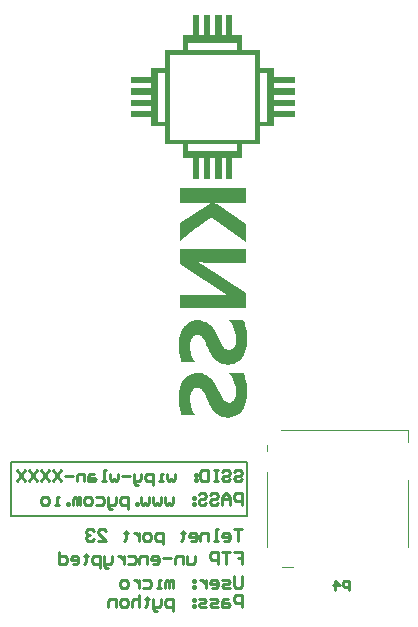
<source format=gbo>
G04*
G04 #@! TF.GenerationSoftware,Altium Limited,Altium Designer,18.1.7 (191)*
G04*
G04 Layer_Color=32896*
%FSLAX44Y44*%
%MOMM*%
G71*
G01*
G75*
%ADD11C,0.1000*%
%ADD12C,0.2000*%
%ADD13C,0.2540*%
%ADD14C,0.2500*%
G36*
X242399Y490663D02*
X250338D01*
Y478511D01*
X265569D01*
Y463119D01*
X277721D01*
Y455341D01*
X295057D01*
Y449995D01*
X277721D01*
Y445944D01*
X295057D01*
Y440435D01*
X277721D01*
Y436384D01*
X295057D01*
Y431037D01*
X277721D01*
Y426987D01*
X295057D01*
Y421478D01*
X277721D01*
Y413700D01*
X265569D01*
Y398470D01*
X250338D01*
Y386642D01*
X242399D01*
Y369305D01*
X237052D01*
Y386642D01*
X233325D01*
Y369305D01*
X227492D01*
Y386642D01*
X223442D01*
Y369305D01*
X218419D01*
Y386642D01*
X214044D01*
Y369305D01*
X208859D01*
Y386642D01*
X200758D01*
Y398470D01*
X185527D01*
Y413700D01*
X173699D01*
Y421478D01*
X156363D01*
Y426987D01*
X173699D01*
Y431037D01*
X156363D01*
Y436384D01*
X173699D01*
Y440435D01*
X156363D01*
Y445944D01*
X173699D01*
Y449995D01*
X156363D01*
Y455341D01*
X156687D01*
X157011D01*
X157821D01*
X158793D01*
X160251D01*
X162358D01*
X164788D01*
X173699D01*
Y463119D01*
X185527D01*
Y478511D01*
X200758D01*
Y490663D01*
X208859D01*
Y508000D01*
X214044D01*
Y490663D01*
X218419D01*
Y508000D01*
X223442D01*
Y490663D01*
X227492D01*
Y508000D01*
X233325D01*
Y490663D01*
X237052D01*
Y508000D01*
X242399D01*
Y490663D01*
D02*
G37*
G36*
X254065Y348890D02*
X226682D01*
X226844Y348728D01*
X227654Y348404D01*
X228626Y348080D01*
X229599Y347594D01*
X254065Y330581D01*
Y315674D01*
X224576Y337062D01*
X224414D01*
X224090Y336738D01*
X223442Y336252D01*
X222307Y335442D01*
X221659Y334956D01*
X220687Y334145D01*
X219553Y333335D01*
X218419Y332525D01*
X216961Y331391D01*
X215178Y330095D01*
X213396Y328799D01*
X211290Y327178D01*
X198004Y316971D01*
Y331553D01*
X221497Y347270D01*
X221659Y347432D01*
X222307Y347756D01*
X223280Y348404D01*
X224576Y348890D01*
X198004D01*
Y361204D01*
X254065D01*
Y348890D01*
D02*
G37*
G36*
Y298338D02*
X222146D01*
X221821D01*
X221173D01*
X220039D01*
X218743D01*
X215826Y298500D01*
X214368D01*
X213234Y298662D01*
X213558Y298500D01*
X214530Y298013D01*
X215826Y297203D01*
X217771Y296069D01*
X254065Y272251D01*
Y260099D01*
X198004D01*
Y271279D01*
X229923D01*
X230247D01*
X230895D01*
X231867D01*
X233001D01*
X235594Y271117D01*
X236728D01*
X237700Y270955D01*
Y271279D01*
X198004Y296717D01*
Y310004D01*
X254065D01*
Y298338D01*
D02*
G37*
G36*
X214206Y249730D02*
X215016D01*
X216961Y249244D01*
X219391Y248271D01*
X220687Y247623D01*
X221984Y246651D01*
X223280Y245679D01*
X224738Y244383D01*
X226034Y242924D01*
X227330Y241142D01*
X228465Y239036D01*
X229599Y236767D01*
Y236605D01*
X229761Y236443D01*
X230085Y235471D01*
X230733Y234013D01*
X231543Y232231D01*
X232353Y230448D01*
X233325Y228828D01*
X234298Y227370D01*
X235108Y226398D01*
X235270Y226236D01*
X235432Y226074D01*
X236404Y225426D01*
X237862Y224778D01*
X238672Y224453D01*
X239644D01*
X239806D01*
X239968D01*
X241103Y224778D01*
X241751Y225102D01*
X242399Y225426D01*
X243209Y226074D01*
X243857Y226884D01*
Y227046D01*
X244181Y227370D01*
X244343Y227856D01*
X244667Y228666D01*
X244991Y229638D01*
X245153Y230935D01*
X245477Y232555D01*
Y235147D01*
X245315Y235795D01*
X245153Y237416D01*
X244829Y239360D01*
X244019Y241790D01*
X243047Y244383D01*
X241751Y246975D01*
X239806Y249568D01*
X251634D01*
X251796Y249244D01*
X252120Y248433D01*
X252768Y247137D01*
X253255Y245193D01*
X253903Y242924D01*
X254551Y240332D01*
X254875Y237092D01*
X255037Y233689D01*
Y231907D01*
X254875Y230124D01*
X254551Y227694D01*
X254065Y225102D01*
X253255Y222509D01*
X252282Y219917D01*
X250824Y217648D01*
X250662Y217324D01*
X250014Y216676D01*
X249042Y215866D01*
X247746Y214732D01*
X245963Y213760D01*
X243857Y212787D01*
X241265Y212139D01*
X238348Y211977D01*
X238186D01*
X237376D01*
X236404Y212139D01*
X235108Y212301D01*
X233649Y212787D01*
X232191Y213274D01*
X230571Y214084D01*
X228951Y215056D01*
X228789Y215218D01*
X228302Y215704D01*
X227492Y216352D01*
X226520Y217648D01*
X225386Y219107D01*
X224090Y221213D01*
X222794Y223643D01*
X221497Y226560D01*
X221335Y226884D01*
X221011Y227694D01*
X220363Y228828D01*
X219715Y230286D01*
X218905Y231907D01*
X218095Y233365D01*
X217285Y234499D01*
X216637Y235471D01*
X216474D01*
X216313Y235795D01*
X215340Y236281D01*
X213882Y236767D01*
X212100Y237092D01*
X211938D01*
X211614D01*
X210642Y236767D01*
X209993Y236443D01*
X209345Y235957D01*
X208697Y235309D01*
X208049Y234499D01*
Y234337D01*
X207887Y234013D01*
X207563Y233365D01*
X207239Y232717D01*
X207077Y231583D01*
X206753Y230448D01*
X206591Y229152D01*
Y226236D01*
X206753Y224939D01*
X207077Y222995D01*
X207563Y221051D01*
X208211Y218783D01*
X209021Y216514D01*
X210318Y214246D01*
X199138D01*
X198976Y214570D01*
X198814Y215218D01*
X198490Y216352D01*
X198004Y217972D01*
X197680Y220079D01*
X197355Y222509D01*
X197193Y225102D01*
X197031Y228180D01*
Y229800D01*
X197193Y231583D01*
X197517Y233689D01*
X198004Y236281D01*
X198814Y238874D01*
X199786Y241466D01*
X201244Y243897D01*
X201406Y244221D01*
X202054Y244869D01*
X203026Y245841D01*
X204323Y246813D01*
X205943Y247947D01*
X208049Y248919D01*
X210480Y249568D01*
X213234Y249892D01*
X213396D01*
X213720D01*
X214206Y249730D01*
D02*
G37*
G36*
X214206Y205010D02*
X215016D01*
X216961Y204524D01*
X219391Y203552D01*
X220687Y202742D01*
X221984Y201932D01*
X223280Y200798D01*
X224738Y199501D01*
X226034Y198043D01*
X227330Y196261D01*
X228465Y194154D01*
X229599Y191886D01*
Y191724D01*
X229761Y191562D01*
X230085Y190590D01*
X230733Y189294D01*
X231543Y187511D01*
X232353Y185891D01*
X233325Y184271D01*
X234298Y182813D01*
X235108Y181840D01*
X235270Y181678D01*
X235432Y181516D01*
X236404Y180706D01*
X237862Y180058D01*
X238672Y179896D01*
X239644Y179734D01*
X239806D01*
X239968D01*
X241103Y180058D01*
X241751Y180382D01*
X242399Y180868D01*
X243209Y181516D01*
X243857Y182327D01*
Y182488D01*
X244181Y182813D01*
X244343Y183299D01*
X244667Y184109D01*
X244991Y185243D01*
X245153Y186377D01*
X245477Y187835D01*
Y190428D01*
X245315Y191076D01*
X245153Y192696D01*
X244829Y194803D01*
X244019Y197233D01*
X243047Y199663D01*
X241751Y202256D01*
X239806Y204848D01*
X251634D01*
X251796Y204524D01*
X252120Y203714D01*
X252768Y202418D01*
X253255Y200636D01*
X253903Y198367D01*
X254551Y195613D01*
X254875Y192696D01*
X255037Y189294D01*
Y187511D01*
X254875Y185729D01*
X254551Y183299D01*
X254065Y180706D01*
X253255Y177952D01*
X252283Y175359D01*
X250824Y172929D01*
X250662Y172605D01*
X250014Y171957D01*
X249042Y171147D01*
X247746Y170012D01*
X245963Y168878D01*
X243857Y168068D01*
X241265Y167420D01*
X238348Y167096D01*
X238186D01*
X237376D01*
X236404Y167258D01*
X235108Y167420D01*
X233649Y167906D01*
X232191Y168392D01*
X230571Y169202D01*
X228951Y170175D01*
X228789Y170336D01*
X228302Y170823D01*
X227492Y171633D01*
X226520Y172767D01*
X225386Y174387D01*
X224090Y176332D01*
X222794Y178762D01*
X221497Y181678D01*
X221335Y182003D01*
X221011Y182813D01*
X220363Y184109D01*
X219715Y185405D01*
X218905Y187025D01*
X218095Y188484D01*
X217285Y189780D01*
X216637Y190752D01*
X216475D01*
X216313Y191076D01*
X215340Y191562D01*
X213882Y192210D01*
X213072Y192372D01*
X212100Y192534D01*
X211938D01*
X211614D01*
X210642Y192210D01*
X209993Y191886D01*
X209345Y191400D01*
X208697Y190752D01*
X208049Y189942D01*
Y189780D01*
X207887Y189456D01*
X207563Y188808D01*
X207239Y187997D01*
X207077Y187025D01*
X206753Y185729D01*
X206591Y184433D01*
Y181516D01*
X206753Y180220D01*
X207077Y178276D01*
X207563Y176332D01*
X208211Y174063D01*
X209021Y171795D01*
X210318Y169526D01*
X199138D01*
X198976Y169851D01*
X198814Y170499D01*
X198490Y171795D01*
X198004Y173415D01*
X197680Y175521D01*
X197355Y177790D01*
X197193Y180544D01*
X197031Y183461D01*
Y185081D01*
X197193Y186863D01*
X197518Y189132D01*
X198004Y191724D01*
X198814Y194317D01*
X199786Y196909D01*
X201244Y199339D01*
X201406Y199663D01*
X202054Y200312D01*
X203026Y201122D01*
X204323Y202256D01*
X205943Y203390D01*
X208049Y204200D01*
X210480Y204848D01*
X213234Y205172D01*
X213396D01*
X213720D01*
X214206Y205010D01*
D02*
G37*
%LPC*%
G36*
X246611Y484506D02*
X204809D01*
Y478511D01*
X204971D01*
X205457D01*
X205943D01*
X206591D01*
X207401D01*
X208373D01*
X209669D01*
X211128D01*
X212748D01*
X214692D01*
X216961D01*
X219553D01*
X222307D01*
X225548D01*
X246611D01*
Y484506D01*
D02*
G37*
G36*
X271564Y459068D02*
X268647D01*
X267837D01*
X267189D01*
X266217D01*
X265731D01*
X265569D01*
Y417751D01*
X271564D01*
Y459068D01*
D02*
G37*
G36*
X185527D02*
X182773D01*
X181801D01*
X181153D01*
X180505D01*
X180181D01*
X179856D01*
X179694D01*
Y417751D01*
X185527D01*
Y459068D01*
D02*
G37*
G36*
X261842Y474460D02*
X225548D01*
X219877D01*
X214854D01*
X210480D01*
X206591D01*
X203188D01*
X200272D01*
X197841D01*
X195735D01*
X193953D01*
X192657D01*
X191523D01*
X190712D01*
X190226D01*
X189902D01*
X189578D01*
Y402521D01*
X261842D01*
Y474460D01*
D02*
G37*
G36*
X246611Y398470D02*
X225548D01*
X222307D01*
X219553D01*
X216961D01*
X214692D01*
X212748D01*
X211128D01*
X209669D01*
X208373D01*
X207401D01*
X206591D01*
X205943D01*
X205457D01*
X204971D01*
X204809D01*
Y392637D01*
X246611D01*
Y398470D01*
D02*
G37*
%LPD*%
D11*
X391020Y57274D02*
Y114424D01*
X284340Y40334D02*
X293230D01*
X271640Y57274D02*
Y120774D01*
Y138554D02*
Y143634D01*
X283070Y156334D02*
X391020D01*
Y146174D02*
Y156334D01*
D12*
X55000Y129250D02*
X255000D01*
X55000Y84000D02*
Y129250D01*
Y84000D02*
X255000D01*
Y129250D01*
D13*
X341000Y21000D02*
Y28997D01*
X337001D01*
X335668Y27664D01*
Y24999D01*
X337001Y23666D01*
X341000D01*
X329004Y21000D02*
Y28997D01*
X333003Y24999D01*
X327671D01*
D14*
X250294Y93000D02*
Y102997D01*
X245296D01*
X243630Y101331D01*
Y97998D01*
X245296Y96332D01*
X250294D01*
X240298Y93000D02*
Y99664D01*
X236966Y102997D01*
X233633Y99664D01*
Y93000D01*
Y97998D01*
X240298D01*
X223636Y101331D02*
X225303Y102997D01*
X228635D01*
X230301Y101331D01*
Y99664D01*
X228635Y97998D01*
X225303D01*
X223636Y96332D01*
Y94666D01*
X225303Y93000D01*
X228635D01*
X230301Y94666D01*
X213640Y101331D02*
X215306Y102997D01*
X218638D01*
X220304Y101331D01*
Y99664D01*
X218638Y97998D01*
X215306D01*
X213640Y96332D01*
Y94666D01*
X215306Y93000D01*
X218638D01*
X220304Y94666D01*
X210307Y99664D02*
X208641D01*
Y97998D01*
X210307D01*
Y99664D01*
Y94666D02*
X208641D01*
Y93000D01*
X210307D01*
Y94666D01*
X191980Y99664D02*
Y94666D01*
X190314Y93000D01*
X188648Y94666D01*
X186982Y93000D01*
X185315Y94666D01*
Y99664D01*
X181983D02*
Y94666D01*
X180317Y93000D01*
X178651Y94666D01*
X176985Y93000D01*
X175319Y94666D01*
Y99664D01*
X171986D02*
Y94666D01*
X170320Y93000D01*
X168654Y94666D01*
X166988Y93000D01*
X165322Y94666D01*
Y99664D01*
X161990Y93000D02*
Y94666D01*
X160324D01*
Y93000D01*
X161990D01*
X153659Y89668D02*
Y99664D01*
X148661D01*
X146994Y97998D01*
Y94666D01*
X148661Y93000D01*
X153659D01*
X143662Y99664D02*
Y94666D01*
X141996Y93000D01*
X136998D01*
Y91334D01*
X138664Y89668D01*
X140330D01*
X136998Y93000D02*
Y99664D01*
X127001D02*
X131999D01*
X133665Y97998D01*
Y94666D01*
X131999Y93000D01*
X127001D01*
X122002D02*
X118670D01*
X117004Y94666D01*
Y97998D01*
X118670Y99664D01*
X122002D01*
X123669Y97998D01*
Y94666D01*
X122002Y93000D01*
X113672D02*
Y99664D01*
X112006D01*
X110340Y97998D01*
Y93000D01*
Y97998D01*
X108673Y99664D01*
X107007Y97998D01*
Y93000D01*
X103675D02*
Y94666D01*
X102009D01*
Y93000D01*
X103675D01*
X95344D02*
X92012D01*
X93678D01*
Y99664D01*
X95344D01*
X85348Y93000D02*
X82015D01*
X80349Y94666D01*
Y97998D01*
X82015Y99664D01*
X85348D01*
X87014Y97998D01*
Y94666D01*
X85348Y93000D01*
X243630Y121331D02*
X245296Y122997D01*
X248628D01*
X250294Y121331D01*
Y119664D01*
X248628Y117998D01*
X245296D01*
X243630Y116332D01*
Y114666D01*
X245296Y113000D01*
X248628D01*
X250294Y114666D01*
X233633Y121331D02*
X235299Y122997D01*
X238632D01*
X240298Y121331D01*
Y119664D01*
X238632Y117998D01*
X235299D01*
X233633Y116332D01*
Y114666D01*
X235299Y113000D01*
X238632D01*
X240298Y114666D01*
X230301Y122997D02*
X226969D01*
X228635D01*
Y113000D01*
X230301D01*
X226969D01*
X221970Y122997D02*
Y113000D01*
X216972D01*
X215306Y114666D01*
Y121331D01*
X216972Y122997D01*
X221970D01*
X211973Y119664D02*
X210307D01*
Y117998D01*
X211973D01*
Y119664D01*
Y114666D02*
X210307D01*
Y113000D01*
X211973D01*
Y114666D01*
X193646Y119664D02*
Y114666D01*
X191980Y113000D01*
X190314Y114666D01*
X188648Y113000D01*
X186982Y114666D01*
Y119664D01*
X183649Y113000D02*
X180317D01*
X181983D01*
Y119664D01*
X183649D01*
X175319Y109668D02*
Y119664D01*
X170320D01*
X168654Y117998D01*
Y114666D01*
X170320Y113000D01*
X175319D01*
X165322Y119664D02*
Y114666D01*
X163656Y113000D01*
X158657D01*
Y111334D01*
X160324Y109668D01*
X161990D01*
X158657Y113000D02*
Y119664D01*
X155325Y117998D02*
X148661D01*
X145328Y119664D02*
Y114666D01*
X143662Y113000D01*
X141996Y114666D01*
X140330Y113000D01*
X138664Y114666D01*
Y119664D01*
X135332Y113000D02*
X131999D01*
X133665D01*
Y122997D01*
X135332D01*
X125335Y119664D02*
X122002D01*
X120336Y117998D01*
Y113000D01*
X125335D01*
X127001Y114666D01*
X125335Y116332D01*
X120336D01*
X117004Y113000D02*
Y119664D01*
X112006D01*
X110340Y117998D01*
Y113000D01*
X107007Y117998D02*
X100343D01*
X97011Y122997D02*
X90346Y113000D01*
Y122997D02*
X97011Y113000D01*
X87014Y122997D02*
X80349Y113000D01*
Y122997D02*
X87014Y113000D01*
X77017Y122997D02*
X70353Y113000D01*
Y122997D02*
X77017Y113000D01*
X67020Y122997D02*
X60356Y113000D01*
Y122997D02*
X67020Y113000D01*
X243630Y52997D02*
X250294D01*
Y47998D01*
X246962D01*
X250294D01*
Y43000D01*
X240298Y52997D02*
X233633D01*
X236966D01*
Y43000D01*
X230301D02*
Y52997D01*
X225303D01*
X223636Y51331D01*
Y47998D01*
X225303Y46332D01*
X230301D01*
X210307Y49665D02*
Y44666D01*
X208641Y43000D01*
X203643D01*
Y49665D01*
X200311Y43000D02*
Y49665D01*
X195312D01*
X193646Y47998D01*
Y43000D01*
X190314Y47998D02*
X183649D01*
X175319Y43000D02*
X178651D01*
X180317Y44666D01*
Y47998D01*
X178651Y49665D01*
X175319D01*
X173652Y47998D01*
Y46332D01*
X180317D01*
X170320Y43000D02*
Y49665D01*
X165322D01*
X163656Y47998D01*
Y43000D01*
X153659Y49665D02*
X158657D01*
X160324Y47998D01*
Y44666D01*
X158657Y43000D01*
X153659D01*
X150327Y49665D02*
Y43000D01*
Y46332D01*
X148661Y47998D01*
X146994Y49665D01*
X145328D01*
X140330D02*
Y44666D01*
X138664Y43000D01*
X133665D01*
Y41334D01*
X135331Y39668D01*
X136998D01*
X133665Y43000D02*
Y49665D01*
X130333Y39668D02*
Y49665D01*
X125335D01*
X123669Y47998D01*
Y44666D01*
X125335Y43000D01*
X130333D01*
X118670Y51331D02*
Y49665D01*
X120336D01*
X117004D01*
X118670D01*
Y44666D01*
X117004Y43000D01*
X107007D02*
X110340D01*
X112006Y44666D01*
Y47998D01*
X110340Y49665D01*
X107007D01*
X105341Y47998D01*
Y46332D01*
X112006D01*
X95344Y52997D02*
Y43000D01*
X100343D01*
X102009Y44666D01*
Y47998D01*
X100343Y49665D01*
X95344D01*
X250294Y72997D02*
X243630D01*
X246962D01*
Y63000D01*
X235299D02*
X238632D01*
X240298Y64666D01*
Y67998D01*
X238632Y69665D01*
X235299D01*
X233633Y67998D01*
Y66332D01*
X240298D01*
X230301Y63000D02*
X226969D01*
X228635D01*
Y72997D01*
X230301D01*
X221970Y63000D02*
Y69665D01*
X216972D01*
X215306Y67998D01*
Y63000D01*
X206975D02*
X210307D01*
X211973Y64666D01*
Y67998D01*
X210307Y69665D01*
X206975D01*
X205309Y67998D01*
Y66332D01*
X211973D01*
X200311Y71331D02*
Y69665D01*
X201977D01*
X198645D01*
X200311D01*
Y64666D01*
X198645Y63000D01*
X183649Y59668D02*
Y69665D01*
X178651D01*
X176985Y67998D01*
Y64666D01*
X178651Y63000D01*
X183649D01*
X171986D02*
X168654D01*
X166988Y64666D01*
Y67998D01*
X168654Y69665D01*
X171986D01*
X173652Y67998D01*
Y64666D01*
X171986Y63000D01*
X163656Y69665D02*
Y63000D01*
Y66332D01*
X161990Y67998D01*
X160324Y69665D01*
X158657D01*
X151993Y71331D02*
Y69665D01*
X153659D01*
X150327D01*
X151993D01*
Y64666D01*
X150327Y63000D01*
X128667D02*
X135332D01*
X128667Y69665D01*
Y71331D01*
X130333Y72997D01*
X133665D01*
X135332Y71331D01*
X125335D02*
X123669Y72997D01*
X120336D01*
X118670Y71331D01*
Y69665D01*
X120336Y67998D01*
X122002D01*
X120336D01*
X118670Y66332D01*
Y64666D01*
X120336Y63000D01*
X123669D01*
X125335Y64666D01*
X250294Y7000D02*
Y16997D01*
X245296D01*
X243630Y15331D01*
Y11998D01*
X245296Y10332D01*
X250294D01*
X238632Y13664D02*
X235299D01*
X233633Y11998D01*
Y7000D01*
X238632D01*
X240298Y8666D01*
X238632Y10332D01*
X233633D01*
X230301Y7000D02*
X225303D01*
X223636Y8666D01*
X225303Y10332D01*
X228635D01*
X230301Y11998D01*
X228635Y13664D01*
X223636D01*
X220304Y7000D02*
X215306D01*
X213640Y8666D01*
X215306Y10332D01*
X218638D01*
X220304Y11998D01*
X218638Y13664D01*
X213640D01*
X210307D02*
X208641D01*
Y11998D01*
X210307D01*
Y13664D01*
Y8666D02*
X208641D01*
Y7000D01*
X210307D01*
Y8666D01*
X191980Y3668D02*
Y13664D01*
X186982D01*
X185315Y11998D01*
Y8666D01*
X186982Y7000D01*
X191980D01*
X181983Y13664D02*
Y8666D01*
X180317Y7000D01*
X175319D01*
Y5334D01*
X176985Y3668D01*
X178651D01*
X175319Y7000D02*
Y13664D01*
X170320Y15331D02*
Y13664D01*
X171986D01*
X168654D01*
X170320D01*
Y8666D01*
X168654Y7000D01*
X163656Y16997D02*
Y7000D01*
Y11998D01*
X161990Y13664D01*
X158657D01*
X156991Y11998D01*
Y7000D01*
X151993D02*
X148661D01*
X146994Y8666D01*
Y11998D01*
X148661Y13664D01*
X151993D01*
X153659Y11998D01*
Y8666D01*
X151993Y7000D01*
X143662D02*
Y13664D01*
X138664D01*
X136998Y11998D01*
Y7000D01*
X250294Y32997D02*
Y24666D01*
X248628Y23000D01*
X245296D01*
X243630Y24666D01*
Y32997D01*
X240298Y23000D02*
X235299D01*
X233633Y24666D01*
X235299Y26332D01*
X238632D01*
X240298Y27998D01*
X238632Y29664D01*
X233633D01*
X225303Y23000D02*
X228635D01*
X230301Y24666D01*
Y27998D01*
X228635Y29664D01*
X225303D01*
X223636Y27998D01*
Y26332D01*
X230301D01*
X220304Y29664D02*
Y23000D01*
Y26332D01*
X218638Y27998D01*
X216972Y29664D01*
X215306D01*
X210307D02*
X208641D01*
Y27998D01*
X210307D01*
Y29664D01*
Y24666D02*
X208641D01*
Y23000D01*
X210307D01*
Y24666D01*
X191980Y23000D02*
Y29664D01*
X190314D01*
X188648Y27998D01*
Y23000D01*
Y27998D01*
X186982Y29664D01*
X185315Y27998D01*
Y23000D01*
X181983D02*
X178651D01*
X180317D01*
Y29664D01*
X181983D01*
X166988D02*
X171986D01*
X173652Y27998D01*
Y24666D01*
X171986Y23000D01*
X166988D01*
X163656Y29664D02*
Y23000D01*
Y26332D01*
X161990Y27998D01*
X160324Y29664D01*
X158657D01*
X151993Y23000D02*
X148661D01*
X146994Y24666D01*
Y27998D01*
X148661Y29664D01*
X151993D01*
X153659Y27998D01*
Y24666D01*
X151993Y23000D01*
M02*

</source>
